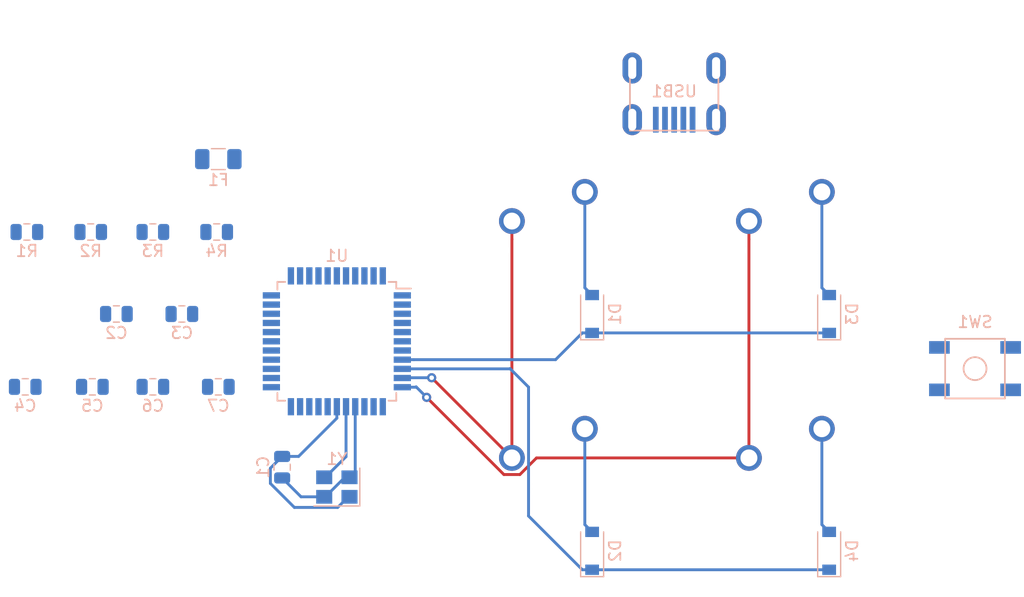
<source format=kicad_pcb>
(kicad_pcb (version 20171130) (host pcbnew "(5.1.4)-1")

  (general
    (thickness 1.6)
    (drawings 0)
    (tracks 56)
    (zones 0)
    (modules 24)
    (nets 45)
  )

  (page A4)
  (layers
    (0 F.Cu signal)
    (31 B.Cu signal)
    (32 B.Adhes user)
    (33 F.Adhes user)
    (34 B.Paste user)
    (35 F.Paste user)
    (36 B.SilkS user)
    (37 F.SilkS user)
    (38 B.Mask user)
    (39 F.Mask user)
    (40 Dwgs.User user)
    (41 Cmts.User user)
    (42 Eco1.User user)
    (43 Eco2.User user)
    (44 Edge.Cuts user)
    (45 Margin user)
    (46 B.CrtYd user)
    (47 F.CrtYd user)
    (48 B.Fab user)
    (49 F.Fab user)
  )

  (setup
    (last_trace_width 0.25)
    (trace_clearance 0.2)
    (zone_clearance 0.508)
    (zone_45_only no)
    (trace_min 0.2)
    (via_size 0.8)
    (via_drill 0.4)
    (via_min_size 0.4)
    (via_min_drill 0.3)
    (uvia_size 0.3)
    (uvia_drill 0.1)
    (uvias_allowed no)
    (uvia_min_size 0.2)
    (uvia_min_drill 0.1)
    (edge_width 0.05)
    (segment_width 0.2)
    (pcb_text_width 0.3)
    (pcb_text_size 1.5 1.5)
    (mod_edge_width 0.12)
    (mod_text_size 1 1)
    (mod_text_width 0.15)
    (pad_size 1.524 1.524)
    (pad_drill 0.762)
    (pad_to_mask_clearance 0.051)
    (solder_mask_min_width 0.25)
    (aux_axis_origin 0 0)
    (visible_elements 7FFFFFFF)
    (pcbplotparams
      (layerselection 0x010fc_ffffffff)
      (usegerberextensions false)
      (usegerberattributes false)
      (usegerberadvancedattributes false)
      (creategerberjobfile false)
      (excludeedgelayer true)
      (linewidth 0.100000)
      (plotframeref false)
      (viasonmask false)
      (mode 1)
      (useauxorigin false)
      (hpglpennumber 1)
      (hpglpenspeed 20)
      (hpglpendiameter 15.000000)
      (psnegative false)
      (psa4output false)
      (plotreference true)
      (plotvalue true)
      (plotinvisibletext false)
      (padsonsilk false)
      (subtractmaskfromsilk false)
      (outputformat 1)
      (mirror false)
      (drillshape 1)
      (scaleselection 1)
      (outputdirectory ""))
  )

  (net 0 "")
  (net 1 GND)
  (net 2 "Net-(C1-Pad1)")
  (net 3 "Net-(C2-Pad1)")
  (net 4 +5V)
  (net 5 "Net-(C6-Pad1)")
  (net 6 "Net-(D1-Pad2)")
  (net 7 Row0)
  (net 8 "Net-(D2-Pad2)")
  (net 9 Row1)
  (net 10 "Net-(D3-Pad2)")
  (net 11 "Net-(D4-Pad2)")
  (net 12 VCC)
  (net 13 Col0)
  (net 14 Col1)
  (net 15 "Net-(R1-Pad2)")
  (net 16 D-)
  (net 17 "Net-(R2-Pad2)")
  (net 18 D+)
  (net 19 "Net-(R3-Pad2)")
  (net 20 "Net-(R4-Pad1)")
  (net 21 "Net-(U1-Pad42)")
  (net 22 "Net-(U1-Pad41)")
  (net 23 "Net-(U1-Pad40)")
  (net 24 "Net-(U1-Pad39)")
  (net 25 "Net-(U1-Pad38)")
  (net 26 "Net-(U1-Pad37)")
  (net 27 "Net-(U1-Pad36)")
  (net 28 "Net-(U1-Pad32)")
  (net 29 "Net-(U1-Pad31)")
  (net 30 "Net-(U1-Pad30)")
  (net 31 "Net-(U1-Pad29)")
  (net 32 "Net-(U1-Pad28)")
  (net 33 "Net-(U1-Pad27)")
  (net 34 "Net-(U1-Pad26)")
  (net 35 "Net-(U1-Pad25)")
  (net 36 "Net-(U1-Pad22)")
  (net 37 "Net-(U1-Pad21)")
  (net 38 "Net-(U1-Pad20)")
  (net 39 "Net-(U1-Pad19)")
  (net 40 "Net-(U1-Pad18)")
  (net 41 "Net-(U1-Pad12)")
  (net 42 "Net-(U1-Pad1)")
  (net 43 "Net-(USB1-Pad6)")
  (net 44 "Net-(USB1-Pad2)")

  (net_class Default "This is the default net class."
    (clearance 0.2)
    (trace_width 0.25)
    (via_dia 0.8)
    (via_drill 0.4)
    (uvia_dia 0.3)
    (uvia_drill 0.1)
    (add_net +5V)
    (add_net Col0)
    (add_net Col1)
    (add_net D+)
    (add_net D-)
    (add_net GND)
    (add_net "Net-(C1-Pad1)")
    (add_net "Net-(C2-Pad1)")
    (add_net "Net-(C6-Pad1)")
    (add_net "Net-(D1-Pad2)")
    (add_net "Net-(D2-Pad2)")
    (add_net "Net-(D3-Pad2)")
    (add_net "Net-(D4-Pad2)")
    (add_net "Net-(R1-Pad2)")
    (add_net "Net-(R2-Pad2)")
    (add_net "Net-(R3-Pad2)")
    (add_net "Net-(R4-Pad1)")
    (add_net "Net-(U1-Pad1)")
    (add_net "Net-(U1-Pad12)")
    (add_net "Net-(U1-Pad18)")
    (add_net "Net-(U1-Pad19)")
    (add_net "Net-(U1-Pad20)")
    (add_net "Net-(U1-Pad21)")
    (add_net "Net-(U1-Pad22)")
    (add_net "Net-(U1-Pad25)")
    (add_net "Net-(U1-Pad26)")
    (add_net "Net-(U1-Pad27)")
    (add_net "Net-(U1-Pad28)")
    (add_net "Net-(U1-Pad29)")
    (add_net "Net-(U1-Pad30)")
    (add_net "Net-(U1-Pad31)")
    (add_net "Net-(U1-Pad32)")
    (add_net "Net-(U1-Pad36)")
    (add_net "Net-(U1-Pad37)")
    (add_net "Net-(U1-Pad38)")
    (add_net "Net-(U1-Pad39)")
    (add_net "Net-(U1-Pad40)")
    (add_net "Net-(U1-Pad41)")
    (add_net "Net-(U1-Pad42)")
    (add_net "Net-(USB1-Pad2)")
    (add_net "Net-(USB1-Pad6)")
    (add_net Row0)
    (add_net Row1)
    (add_net VCC)
  )

  (module MX_Only:MXOnly-1U-NoLED (layer F.Cu) (tedit 5BD3C6C7) (tstamp 5FDED0E7)
    (at 143.66875 103.1875)
    (path /5FE5A9DF)
    (fp_text reference MX2 (at 0 3.175) (layer Dwgs.User)
      (effects (font (size 1 1) (thickness 0.15)))
    )
    (fp_text value MX-NoLED (at 0 -7.9375) (layer Dwgs.User)
      (effects (font (size 1 1) (thickness 0.15)))
    )
    (fp_line (start 5 -7) (end 7 -7) (layer Dwgs.User) (width 0.15))
    (fp_line (start 7 -7) (end 7 -5) (layer Dwgs.User) (width 0.15))
    (fp_line (start 5 7) (end 7 7) (layer Dwgs.User) (width 0.15))
    (fp_line (start 7 7) (end 7 5) (layer Dwgs.User) (width 0.15))
    (fp_line (start -7 5) (end -7 7) (layer Dwgs.User) (width 0.15))
    (fp_line (start -7 7) (end -5 7) (layer Dwgs.User) (width 0.15))
    (fp_line (start -5 -7) (end -7 -7) (layer Dwgs.User) (width 0.15))
    (fp_line (start -7 -7) (end -7 -5) (layer Dwgs.User) (width 0.15))
    (fp_line (start -9.525 -9.525) (end 9.525 -9.525) (layer Dwgs.User) (width 0.15))
    (fp_line (start 9.525 -9.525) (end 9.525 9.525) (layer Dwgs.User) (width 0.15))
    (fp_line (start 9.525 9.525) (end -9.525 9.525) (layer Dwgs.User) (width 0.15))
    (fp_line (start -9.525 9.525) (end -9.525 -9.525) (layer Dwgs.User) (width 0.15))
    (pad 2 thru_hole circle (at 2.54 -5.08) (size 2.25 2.25) (drill 1.47) (layers *.Cu B.Mask)
      (net 8 "Net-(D2-Pad2)"))
    (pad "" np_thru_hole circle (at 0 0) (size 3.9878 3.9878) (drill 3.9878) (layers *.Cu *.Mask))
    (pad 1 thru_hole circle (at -3.81 -2.54) (size 2.25 2.25) (drill 1.47) (layers *.Cu B.Mask)
      (net 13 Col0))
    (pad "" np_thru_hole circle (at -5.08 0 48.0996) (size 1.75 1.75) (drill 1.75) (layers *.Cu *.Mask))
    (pad "" np_thru_hole circle (at 5.08 0 48.0996) (size 1.75 1.75) (drill 1.75) (layers *.Cu *.Mask))
  )

  (module Crystal:Crystal_SMD_3225-4Pin_3.2x2.5mm (layer B.Cu) (tedit 5A0FD1B2) (tstamp 5FDED1EA)
    (at 124.61875 103.1875 180)
    (descr "SMD Crystal SERIES SMD3225/4 http://www.txccrystal.com/images/pdf/7m-accuracy.pdf, 3.2x2.5mm^2 package")
    (tags "SMD SMT crystal")
    (path /5FE0E843)
    (attr smd)
    (fp_text reference Y1 (at 0 2.45) (layer B.SilkS)
      (effects (font (size 1 1) (thickness 0.15)) (justify mirror))
    )
    (fp_text value 16MHz (at 0 -2.45) (layer B.Fab)
      (effects (font (size 1 1) (thickness 0.15)) (justify mirror))
    )
    (fp_line (start 2.1 1.7) (end -2.1 1.7) (layer B.CrtYd) (width 0.05))
    (fp_line (start 2.1 -1.7) (end 2.1 1.7) (layer B.CrtYd) (width 0.05))
    (fp_line (start -2.1 -1.7) (end 2.1 -1.7) (layer B.CrtYd) (width 0.05))
    (fp_line (start -2.1 1.7) (end -2.1 -1.7) (layer B.CrtYd) (width 0.05))
    (fp_line (start -2 -1.65) (end 2 -1.65) (layer B.SilkS) (width 0.12))
    (fp_line (start -2 1.65) (end -2 -1.65) (layer B.SilkS) (width 0.12))
    (fp_line (start -1.6 -0.25) (end -0.6 -1.25) (layer B.Fab) (width 0.1))
    (fp_line (start 1.6 1.25) (end -1.6 1.25) (layer B.Fab) (width 0.1))
    (fp_line (start 1.6 -1.25) (end 1.6 1.25) (layer B.Fab) (width 0.1))
    (fp_line (start -1.6 -1.25) (end 1.6 -1.25) (layer B.Fab) (width 0.1))
    (fp_line (start -1.6 1.25) (end -1.6 -1.25) (layer B.Fab) (width 0.1))
    (fp_text user %R (at 0 0) (layer B.Fab)
      (effects (font (size 0.7 0.7) (thickness 0.105)) (justify mirror))
    )
    (pad 4 smd rect (at -1.1 0.85 180) (size 1.4 1.2) (layers B.Cu B.Paste B.Mask)
      (net 1 GND))
    (pad 3 smd rect (at 1.1 0.85 180) (size 1.4 1.2) (layers B.Cu B.Paste B.Mask)
      (net 3 "Net-(C2-Pad1)"))
    (pad 2 smd rect (at 1.1 -0.85 180) (size 1.4 1.2) (layers B.Cu B.Paste B.Mask)
      (net 1 GND))
    (pad 1 smd rect (at -1.1 -0.85 180) (size 1.4 1.2) (layers B.Cu B.Paste B.Mask)
      (net 2 "Net-(C1-Pad1)"))
    (model ${KISYS3DMOD}/Crystal.3dshapes/Crystal_SMD_3225-4Pin_3.2x2.5mm.wrl
      (at (xyz 0 0 0))
      (scale (xyz 1 1 1))
      (rotate (xyz 0 0 0))
    )
  )

  (module random-keyboard-parts:Molex-0548190589 (layer B.Cu) (tedit 5C494815) (tstamp 5FDED1D6)
    (at 153.9875 66.675 270)
    (path /5FE3F1CC)
    (attr smd)
    (fp_text reference USB1 (at 2.032 0) (layer B.SilkS)
      (effects (font (size 1 1) (thickness 0.15)) (justify mirror))
    )
    (fp_text value Molex-0548190589 (at -5.08 0) (layer Dwgs.User)
      (effects (font (size 1 1) (thickness 0.15)))
    )
    (fp_text user %R (at 2 0) (layer B.CrtYd)
      (effects (font (size 1 1) (thickness 0.15)) (justify mirror))
    )
    (fp_line (start 3.25 1.25) (end 5.5 1.25) (layer B.CrtYd) (width 0.15))
    (fp_line (start 5.5 0.5) (end 3.25 0.5) (layer B.CrtYd) (width 0.15))
    (fp_line (start 3.25 -0.5) (end 5.5 -0.5) (layer B.CrtYd) (width 0.15))
    (fp_line (start 5.5 -1.25) (end 3.25 -1.25) (layer B.CrtYd) (width 0.15))
    (fp_line (start 3.25 -2) (end 5.5 -2) (layer B.CrtYd) (width 0.15))
    (fp_line (start 3.25 2) (end 3.25 -2) (layer B.CrtYd) (width 0.15))
    (fp_line (start 5.5 2) (end 3.25 2) (layer B.CrtYd) (width 0.15))
    (fp_line (start -3.75 -3.75) (end -3.75 3.75) (layer B.CrtYd) (width 0.15))
    (fp_line (start 5.5 -3.75) (end -3.75 -3.75) (layer B.CrtYd) (width 0.15))
    (fp_line (start 5.5 3.75) (end 5.5 -3.75) (layer B.CrtYd) (width 0.15))
    (fp_line (start -3.75 3.75) (end 5.5 3.75) (layer B.CrtYd) (width 0.15))
    (fp_line (start 0 3.85) (end 5.45 3.85) (layer B.SilkS) (width 0.15))
    (fp_line (start 0 -3.85) (end 5.45 -3.85) (layer B.SilkS) (width 0.15))
    (fp_line (start 5.45 3.85) (end 5.45 -3.85) (layer B.SilkS) (width 0.15))
    (fp_line (start -3.75 3.85) (end 0 3.85) (layer Dwgs.User) (width 0.15))
    (fp_line (start -3.75 -3.85) (end 0 -3.85) (layer Dwgs.User) (width 0.15))
    (fp_line (start -1.75 4.572) (end -1.75 -4.572) (layer Dwgs.User) (width 0.15))
    (fp_line (start -3.75 3.85) (end -3.75 -3.85) (layer Dwgs.User) (width 0.15))
    (pad 6 thru_hole oval (at 0 3.65 270) (size 2.7 1.7) (drill oval 1.9 0.7) (layers *.Cu *.Mask)
      (net 43 "Net-(USB1-Pad6)"))
    (pad 6 thru_hole oval (at 0 -3.65 270) (size 2.7 1.7) (drill oval 1.9 0.7) (layers *.Cu *.Mask)
      (net 43 "Net-(USB1-Pad6)"))
    (pad 6 thru_hole oval (at 4.5 -3.65 270) (size 2.7 1.7) (drill oval 1.9 0.7) (layers *.Cu *.Mask)
      (net 43 "Net-(USB1-Pad6)"))
    (pad 6 thru_hole oval (at 4.5 3.65 270) (size 2.7 1.7) (drill oval 1.9 0.7) (layers *.Cu *.Mask)
      (net 43 "Net-(USB1-Pad6)"))
    (pad 5 smd rect (at 4.5 1.6 270) (size 2.25 0.5) (layers B.Cu B.Paste B.Mask)
      (net 12 VCC))
    (pad 4 smd rect (at 4.5 0.8 270) (size 2.25 0.5) (layers B.Cu B.Paste B.Mask)
      (net 16 D-))
    (pad 3 smd rect (at 4.5 0 270) (size 2.25 0.5) (layers B.Cu B.Paste B.Mask)
      (net 18 D+))
    (pad 2 smd rect (at 4.5 -0.8 270) (size 2.25 0.5) (layers B.Cu B.Paste B.Mask)
      (net 44 "Net-(USB1-Pad2)"))
    (pad 1 smd rect (at 4.5 -1.6 270) (size 2.25 0.5) (layers B.Cu B.Paste B.Mask)
      (net 1 GND))
  )

  (module Package_QFP:TQFP-44_10x10mm_P0.8mm (layer B.Cu) (tedit 5A02F146) (tstamp 5FDED5B8)
    (at 124.61875 90.4875 180)
    (descr "44-Lead Plastic Thin Quad Flatpack (PT) - 10x10x1.0 mm Body [TQFP] (see Microchip Packaging Specification 00000049BS.pdf)")
    (tags "QFP 0.8")
    (path /5FDE6860)
    (attr smd)
    (fp_text reference U1 (at 0 7.45) (layer B.SilkS)
      (effects (font (size 1 1) (thickness 0.15)) (justify mirror))
    )
    (fp_text value ATmega32U4-AU (at 0 -7.45) (layer B.Fab)
      (effects (font (size 1 1) (thickness 0.15)) (justify mirror))
    )
    (fp_line (start -5.175 4.6) (end -6.45 4.6) (layer B.SilkS) (width 0.15))
    (fp_line (start 5.175 5.175) (end 4.5 5.175) (layer B.SilkS) (width 0.15))
    (fp_line (start 5.175 -5.175) (end 4.5 -5.175) (layer B.SilkS) (width 0.15))
    (fp_line (start -5.175 -5.175) (end -4.5 -5.175) (layer B.SilkS) (width 0.15))
    (fp_line (start -5.175 5.175) (end -4.5 5.175) (layer B.SilkS) (width 0.15))
    (fp_line (start -5.175 -5.175) (end -5.175 -4.5) (layer B.SilkS) (width 0.15))
    (fp_line (start 5.175 -5.175) (end 5.175 -4.5) (layer B.SilkS) (width 0.15))
    (fp_line (start 5.175 5.175) (end 5.175 4.5) (layer B.SilkS) (width 0.15))
    (fp_line (start -5.175 5.175) (end -5.175 4.6) (layer B.SilkS) (width 0.15))
    (fp_line (start -6.7 -6.7) (end 6.7 -6.7) (layer B.CrtYd) (width 0.05))
    (fp_line (start -6.7 6.7) (end 6.7 6.7) (layer B.CrtYd) (width 0.05))
    (fp_line (start 6.7 6.7) (end 6.7 -6.7) (layer B.CrtYd) (width 0.05))
    (fp_line (start -6.7 6.7) (end -6.7 -6.7) (layer B.CrtYd) (width 0.05))
    (fp_line (start -5 4) (end -4 5) (layer B.Fab) (width 0.15))
    (fp_line (start -5 -5) (end -5 4) (layer B.Fab) (width 0.15))
    (fp_line (start 5 -5) (end -5 -5) (layer B.Fab) (width 0.15))
    (fp_line (start 5 5) (end 5 -5) (layer B.Fab) (width 0.15))
    (fp_line (start -4 5) (end 5 5) (layer B.Fab) (width 0.15))
    (fp_text user %R (at 0 0) (layer B.Fab)
      (effects (font (size 1 1) (thickness 0.15)) (justify mirror))
    )
    (pad 44 smd rect (at -4 5.7 90) (size 1.5 0.55) (layers B.Cu B.Paste B.Mask)
      (net 4 +5V))
    (pad 43 smd rect (at -3.2 5.7 90) (size 1.5 0.55) (layers B.Cu B.Paste B.Mask)
      (net 1 GND))
    (pad 42 smd rect (at -2.4 5.7 90) (size 1.5 0.55) (layers B.Cu B.Paste B.Mask)
      (net 21 "Net-(U1-Pad42)"))
    (pad 41 smd rect (at -1.6 5.7 90) (size 1.5 0.55) (layers B.Cu B.Paste B.Mask)
      (net 22 "Net-(U1-Pad41)"))
    (pad 40 smd rect (at -0.8 5.7 90) (size 1.5 0.55) (layers B.Cu B.Paste B.Mask)
      (net 23 "Net-(U1-Pad40)"))
    (pad 39 smd rect (at 0 5.7 90) (size 1.5 0.55) (layers B.Cu B.Paste B.Mask)
      (net 24 "Net-(U1-Pad39)"))
    (pad 38 smd rect (at 0.8 5.7 90) (size 1.5 0.55) (layers B.Cu B.Paste B.Mask)
      (net 25 "Net-(U1-Pad38)"))
    (pad 37 smd rect (at 1.6 5.7 90) (size 1.5 0.55) (layers B.Cu B.Paste B.Mask)
      (net 26 "Net-(U1-Pad37)"))
    (pad 36 smd rect (at 2.4 5.7 90) (size 1.5 0.55) (layers B.Cu B.Paste B.Mask)
      (net 27 "Net-(U1-Pad36)"))
    (pad 35 smd rect (at 3.2 5.7 90) (size 1.5 0.55) (layers B.Cu B.Paste B.Mask)
      (net 1 GND))
    (pad 34 smd rect (at 4 5.7 90) (size 1.5 0.55) (layers B.Cu B.Paste B.Mask)
      (net 4 +5V))
    (pad 33 smd rect (at 5.7 4 180) (size 1.5 0.55) (layers B.Cu B.Paste B.Mask)
      (net 20 "Net-(R4-Pad1)"))
    (pad 32 smd rect (at 5.7 3.2 180) (size 1.5 0.55) (layers B.Cu B.Paste B.Mask)
      (net 28 "Net-(U1-Pad32)"))
    (pad 31 smd rect (at 5.7 2.4 180) (size 1.5 0.55) (layers B.Cu B.Paste B.Mask)
      (net 29 "Net-(U1-Pad31)"))
    (pad 30 smd rect (at 5.7 1.6 180) (size 1.5 0.55) (layers B.Cu B.Paste B.Mask)
      (net 30 "Net-(U1-Pad30)"))
    (pad 29 smd rect (at 5.7 0.8 180) (size 1.5 0.55) (layers B.Cu B.Paste B.Mask)
      (net 31 "Net-(U1-Pad29)"))
    (pad 28 smd rect (at 5.7 0 180) (size 1.5 0.55) (layers B.Cu B.Paste B.Mask)
      (net 32 "Net-(U1-Pad28)"))
    (pad 27 smd rect (at 5.7 -0.8 180) (size 1.5 0.55) (layers B.Cu B.Paste B.Mask)
      (net 33 "Net-(U1-Pad27)"))
    (pad 26 smd rect (at 5.7 -1.6 180) (size 1.5 0.55) (layers B.Cu B.Paste B.Mask)
      (net 34 "Net-(U1-Pad26)"))
    (pad 25 smd rect (at 5.7 -2.4 180) (size 1.5 0.55) (layers B.Cu B.Paste B.Mask)
      (net 35 "Net-(U1-Pad25)"))
    (pad 24 smd rect (at 5.7 -3.2 180) (size 1.5 0.55) (layers B.Cu B.Paste B.Mask)
      (net 4 +5V))
    (pad 23 smd rect (at 5.7 -4 180) (size 1.5 0.55) (layers B.Cu B.Paste B.Mask)
      (net 1 GND))
    (pad 22 smd rect (at 4 -5.7 90) (size 1.5 0.55) (layers B.Cu B.Paste B.Mask)
      (net 36 "Net-(U1-Pad22)"))
    (pad 21 smd rect (at 3.2 -5.7 90) (size 1.5 0.55) (layers B.Cu B.Paste B.Mask)
      (net 37 "Net-(U1-Pad21)"))
    (pad 20 smd rect (at 2.4 -5.7 90) (size 1.5 0.55) (layers B.Cu B.Paste B.Mask)
      (net 38 "Net-(U1-Pad20)"))
    (pad 19 smd rect (at 1.6 -5.7 90) (size 1.5 0.55) (layers B.Cu B.Paste B.Mask)
      (net 39 "Net-(U1-Pad19)"))
    (pad 18 smd rect (at 0.8 -5.7 90) (size 1.5 0.55) (layers B.Cu B.Paste B.Mask)
      (net 40 "Net-(U1-Pad18)"))
    (pad 17 smd rect (at 0 -5.7 90) (size 1.5 0.55) (layers B.Cu B.Paste B.Mask)
      (net 2 "Net-(C1-Pad1)"))
    (pad 16 smd rect (at -0.8 -5.7 90) (size 1.5 0.55) (layers B.Cu B.Paste B.Mask)
      (net 3 "Net-(C2-Pad1)"))
    (pad 15 smd rect (at -1.6 -5.7 90) (size 1.5 0.55) (layers B.Cu B.Paste B.Mask)
      (net 1 GND))
    (pad 14 smd rect (at -2.4 -5.7 90) (size 1.5 0.55) (layers B.Cu B.Paste B.Mask)
      (net 4 +5V))
    (pad 13 smd rect (at -3.2 -5.7 90) (size 1.5 0.55) (layers B.Cu B.Paste B.Mask)
      (net 19 "Net-(R3-Pad2)"))
    (pad 12 smd rect (at -4 -5.7 90) (size 1.5 0.55) (layers B.Cu B.Paste B.Mask)
      (net 41 "Net-(U1-Pad12)"))
    (pad 11 smd rect (at -5.7 -4 180) (size 1.5 0.55) (layers B.Cu B.Paste B.Mask)
      (net 14 Col1))
    (pad 10 smd rect (at -5.7 -3.2 180) (size 1.5 0.55) (layers B.Cu B.Paste B.Mask)
      (net 13 Col0))
    (pad 9 smd rect (at -5.7 -2.4 180) (size 1.5 0.55) (layers B.Cu B.Paste B.Mask)
      (net 9 Row1))
    (pad 8 smd rect (at -5.7 -1.6 180) (size 1.5 0.55) (layers B.Cu B.Paste B.Mask)
      (net 7 Row0))
    (pad 7 smd rect (at -5.7 -0.8 180) (size 1.5 0.55) (layers B.Cu B.Paste B.Mask)
      (net 4 +5V))
    (pad 6 smd rect (at -5.7 0 180) (size 1.5 0.55) (layers B.Cu B.Paste B.Mask)
      (net 5 "Net-(C6-Pad1)"))
    (pad 5 smd rect (at -5.7 0.8 180) (size 1.5 0.55) (layers B.Cu B.Paste B.Mask)
      (net 1 GND))
    (pad 4 smd rect (at -5.7 1.6 180) (size 1.5 0.55) (layers B.Cu B.Paste B.Mask)
      (net 17 "Net-(R2-Pad2)"))
    (pad 3 smd rect (at -5.7 2.4 180) (size 1.5 0.55) (layers B.Cu B.Paste B.Mask)
      (net 15 "Net-(R1-Pad2)"))
    (pad 2 smd rect (at -5.7 3.2 180) (size 1.5 0.55) (layers B.Cu B.Paste B.Mask)
      (net 4 +5V))
    (pad 1 smd rect (at -5.7 4 180) (size 1.5 0.55) (layers B.Cu B.Paste B.Mask)
      (net 42 "Net-(U1-Pad1)"))
    (model ${KISYS3DMOD}/Package_QFP.3dshapes/TQFP-44_10x10mm_P0.8mm.wrl
      (at (xyz 0 0 0))
      (scale (xyz 1 1 1))
      (rotate (xyz 0 0 0))
    )
  )

  (module random-keyboard-parts:SKQG-1155865 (layer B.Cu) (tedit 5E62B398) (tstamp 5FDED173)
    (at 180.18125 92.86875)
    (path /5FE1E376)
    (attr smd)
    (fp_text reference SW1 (at 0 -4.064) (layer B.SilkS)
      (effects (font (size 1 1) (thickness 0.15)) (justify mirror))
    )
    (fp_text value SW_Push (at 0 4.064) (layer B.Fab)
      (effects (font (size 1 1) (thickness 0.15)) (justify mirror))
    )
    (fp_line (start -2.6 2.6) (end 2.6 2.6) (layer B.SilkS) (width 0.15))
    (fp_line (start 2.6 2.6) (end 2.6 -2.6) (layer B.SilkS) (width 0.15))
    (fp_line (start 2.6 -2.6) (end -2.6 -2.6) (layer B.SilkS) (width 0.15))
    (fp_line (start -2.6 -2.6) (end -2.6 2.6) (layer B.SilkS) (width 0.15))
    (fp_circle (center 0 0) (end 1 0) (layer B.SilkS) (width 0.15))
    (fp_line (start -4.2 2.6) (end 4.2 2.6) (layer B.Fab) (width 0.15))
    (fp_line (start 4.2 2.6) (end 4.2 1.2) (layer B.Fab) (width 0.15))
    (fp_line (start 4.2 1.1) (end 2.6 1.1) (layer B.Fab) (width 0.15))
    (fp_line (start 2.6 1.1) (end 2.6 -1.1) (layer B.Fab) (width 0.15))
    (fp_line (start 2.6 -1.1) (end 4.2 -1.1) (layer B.Fab) (width 0.15))
    (fp_line (start 4.2 -1.1) (end 4.2 -2.6) (layer B.Fab) (width 0.15))
    (fp_line (start 4.2 -2.6) (end -4.2 -2.6) (layer B.Fab) (width 0.15))
    (fp_line (start -4.2 -2.6) (end -4.2 -1.1) (layer B.Fab) (width 0.15))
    (fp_line (start -4.2 -1.1) (end -2.6 -1.1) (layer B.Fab) (width 0.15))
    (fp_line (start -2.6 -1.1) (end -2.6 1.1) (layer B.Fab) (width 0.15))
    (fp_line (start -2.6 1.1) (end -4.2 1.1) (layer B.Fab) (width 0.15))
    (fp_line (start -4.2 1.1) (end -4.2 2.6) (layer B.Fab) (width 0.15))
    (fp_circle (center 0 0) (end 1 0) (layer B.Fab) (width 0.15))
    (fp_line (start -2.6 1.1) (end -1.1 2.6) (layer B.Fab) (width 0.15))
    (fp_line (start 2.6 1.1) (end 1.1 2.6) (layer B.Fab) (width 0.15))
    (fp_line (start 2.6 -1.1) (end 1.1 -2.6) (layer B.Fab) (width 0.15))
    (fp_line (start -2.6 -1.1) (end -1.1 -2.6) (layer B.Fab) (width 0.15))
    (pad 4 smd rect (at -3.1 -1.85) (size 1.8 1.1) (layers B.Cu B.Paste B.Mask))
    (pad 3 smd rect (at 3.1 1.85) (size 1.8 1.1) (layers B.Cu B.Paste B.Mask))
    (pad 2 smd rect (at -3.1 1.85) (size 1.8 1.1) (layers B.Cu B.Paste B.Mask)
      (net 19 "Net-(R3-Pad2)"))
    (pad 1 smd rect (at 3.1 -1.85) (size 1.8 1.1) (layers B.Cu B.Paste B.Mask)
      (net 1 GND))
    (model ${KISYS3DMOD}/Button_Switch_SMD.3dshapes/SW_SPST_TL3342.step
      (at (xyz 0 0 0))
      (scale (xyz 1 1 1))
      (rotate (xyz 0 0 0))
    )
  )

  (module Resistor_SMD:R_0805_2012Metric (layer B.Cu) (tedit 5B36C52B) (tstamp 5FDED155)
    (at 114.15625 80.9625)
    (descr "Resistor SMD 0805 (2012 Metric), square (rectangular) end terminal, IPC_7351 nominal, (Body size source: https://docs.google.com/spreadsheets/d/1BsfQQcO9C6DZCsRaXUlFlo91Tg2WpOkGARC1WS5S8t0/edit?usp=sharing), generated with kicad-footprint-generator")
    (tags resistor)
    (path /5FDECF21)
    (attr smd)
    (fp_text reference R4 (at 0 1.65) (layer B.SilkS)
      (effects (font (size 1 1) (thickness 0.15)) (justify mirror))
    )
    (fp_text value 10k (at 0 -1.65) (layer B.Fab)
      (effects (font (size 1 1) (thickness 0.15)) (justify mirror))
    )
    (fp_text user %R (at 0 0) (layer B.Fab)
      (effects (font (size 0.5 0.5) (thickness 0.08)) (justify mirror))
    )
    (fp_line (start 1.68 -0.95) (end -1.68 -0.95) (layer B.CrtYd) (width 0.05))
    (fp_line (start 1.68 0.95) (end 1.68 -0.95) (layer B.CrtYd) (width 0.05))
    (fp_line (start -1.68 0.95) (end 1.68 0.95) (layer B.CrtYd) (width 0.05))
    (fp_line (start -1.68 -0.95) (end -1.68 0.95) (layer B.CrtYd) (width 0.05))
    (fp_line (start -0.258578 -0.71) (end 0.258578 -0.71) (layer B.SilkS) (width 0.12))
    (fp_line (start -0.258578 0.71) (end 0.258578 0.71) (layer B.SilkS) (width 0.12))
    (fp_line (start 1 -0.6) (end -1 -0.6) (layer B.Fab) (width 0.1))
    (fp_line (start 1 0.6) (end 1 -0.6) (layer B.Fab) (width 0.1))
    (fp_line (start -1 0.6) (end 1 0.6) (layer B.Fab) (width 0.1))
    (fp_line (start -1 -0.6) (end -1 0.6) (layer B.Fab) (width 0.1))
    (pad 2 smd roundrect (at 0.9375 0) (size 0.975 1.4) (layers B.Cu B.Paste B.Mask) (roundrect_rratio 0.25)
      (net 1 GND))
    (pad 1 smd roundrect (at -0.9375 0) (size 0.975 1.4) (layers B.Cu B.Paste B.Mask) (roundrect_rratio 0.25)
      (net 20 "Net-(R4-Pad1)"))
    (model ${KISYS3DMOD}/Resistor_SMD.3dshapes/R_0805_2012Metric.wrl
      (at (xyz 0 0 0))
      (scale (xyz 1 1 1))
      (rotate (xyz 0 0 0))
    )
  )

  (module Resistor_SMD:R_0805_2012Metric (layer B.Cu) (tedit 5B36C52B) (tstamp 5FDED144)
    (at 108.6 80.9625)
    (descr "Resistor SMD 0805 (2012 Metric), square (rectangular) end terminal, IPC_7351 nominal, (Body size source: https://docs.google.com/spreadsheets/d/1BsfQQcO9C6DZCsRaXUlFlo91Tg2WpOkGARC1WS5S8t0/edit?usp=sharing), generated with kicad-footprint-generator")
    (tags resistor)
    (path /5FE217D1)
    (attr smd)
    (fp_text reference R3 (at 0 1.65) (layer B.SilkS)
      (effects (font (size 1 1) (thickness 0.15)) (justify mirror))
    )
    (fp_text value 10k (at 0 -1.65) (layer B.Fab)
      (effects (font (size 1 1) (thickness 0.15)) (justify mirror))
    )
    (fp_text user %R (at 0 0) (layer B.Fab)
      (effects (font (size 0.5 0.5) (thickness 0.08)) (justify mirror))
    )
    (fp_line (start 1.68 -0.95) (end -1.68 -0.95) (layer B.CrtYd) (width 0.05))
    (fp_line (start 1.68 0.95) (end 1.68 -0.95) (layer B.CrtYd) (width 0.05))
    (fp_line (start -1.68 0.95) (end 1.68 0.95) (layer B.CrtYd) (width 0.05))
    (fp_line (start -1.68 -0.95) (end -1.68 0.95) (layer B.CrtYd) (width 0.05))
    (fp_line (start -0.258578 -0.71) (end 0.258578 -0.71) (layer B.SilkS) (width 0.12))
    (fp_line (start -0.258578 0.71) (end 0.258578 0.71) (layer B.SilkS) (width 0.12))
    (fp_line (start 1 -0.6) (end -1 -0.6) (layer B.Fab) (width 0.1))
    (fp_line (start 1 0.6) (end 1 -0.6) (layer B.Fab) (width 0.1))
    (fp_line (start -1 0.6) (end 1 0.6) (layer B.Fab) (width 0.1))
    (fp_line (start -1 -0.6) (end -1 0.6) (layer B.Fab) (width 0.1))
    (pad 2 smd roundrect (at 0.9375 0) (size 0.975 1.4) (layers B.Cu B.Paste B.Mask) (roundrect_rratio 0.25)
      (net 19 "Net-(R3-Pad2)"))
    (pad 1 smd roundrect (at -0.9375 0) (size 0.975 1.4) (layers B.Cu B.Paste B.Mask) (roundrect_rratio 0.25)
      (net 4 +5V))
    (model ${KISYS3DMOD}/Resistor_SMD.3dshapes/R_0805_2012Metric.wrl
      (at (xyz 0 0 0))
      (scale (xyz 1 1 1))
      (rotate (xyz 0 0 0))
    )
  )

  (module Resistor_SMD:R_0805_2012Metric (layer B.Cu) (tedit 5B36C52B) (tstamp 5FDED133)
    (at 103.1875 80.9625)
    (descr "Resistor SMD 0805 (2012 Metric), square (rectangular) end terminal, IPC_7351 nominal, (Body size source: https://docs.google.com/spreadsheets/d/1BsfQQcO9C6DZCsRaXUlFlo91Tg2WpOkGARC1WS5S8t0/edit?usp=sharing), generated with kicad-footprint-generator")
    (tags resistor)
    (path /5FDEF0DB)
    (attr smd)
    (fp_text reference R2 (at 0 1.65) (layer B.SilkS)
      (effects (font (size 1 1) (thickness 0.15)) (justify mirror))
    )
    (fp_text value 22 (at 0 -1.65) (layer B.Fab)
      (effects (font (size 1 1) (thickness 0.15)) (justify mirror))
    )
    (fp_text user %R (at 0 0) (layer B.Fab)
      (effects (font (size 0.5 0.5) (thickness 0.08)) (justify mirror))
    )
    (fp_line (start 1.68 -0.95) (end -1.68 -0.95) (layer B.CrtYd) (width 0.05))
    (fp_line (start 1.68 0.95) (end 1.68 -0.95) (layer B.CrtYd) (width 0.05))
    (fp_line (start -1.68 0.95) (end 1.68 0.95) (layer B.CrtYd) (width 0.05))
    (fp_line (start -1.68 -0.95) (end -1.68 0.95) (layer B.CrtYd) (width 0.05))
    (fp_line (start -0.258578 -0.71) (end 0.258578 -0.71) (layer B.SilkS) (width 0.12))
    (fp_line (start -0.258578 0.71) (end 0.258578 0.71) (layer B.SilkS) (width 0.12))
    (fp_line (start 1 -0.6) (end -1 -0.6) (layer B.Fab) (width 0.1))
    (fp_line (start 1 0.6) (end 1 -0.6) (layer B.Fab) (width 0.1))
    (fp_line (start -1 0.6) (end 1 0.6) (layer B.Fab) (width 0.1))
    (fp_line (start -1 -0.6) (end -1 0.6) (layer B.Fab) (width 0.1))
    (pad 2 smd roundrect (at 0.9375 0) (size 0.975 1.4) (layers B.Cu B.Paste B.Mask) (roundrect_rratio 0.25)
      (net 17 "Net-(R2-Pad2)"))
    (pad 1 smd roundrect (at -0.9375 0) (size 0.975 1.4) (layers B.Cu B.Paste B.Mask) (roundrect_rratio 0.25)
      (net 18 D+))
    (model ${KISYS3DMOD}/Resistor_SMD.3dshapes/R_0805_2012Metric.wrl
      (at (xyz 0 0 0))
      (scale (xyz 1 1 1))
      (rotate (xyz 0 0 0))
    )
  )

  (module Resistor_SMD:R_0805_2012Metric (layer B.Cu) (tedit 5B36C52B) (tstamp 5FDED122)
    (at 97.63125 80.9625)
    (descr "Resistor SMD 0805 (2012 Metric), square (rectangular) end terminal, IPC_7351 nominal, (Body size source: https://docs.google.com/spreadsheets/d/1BsfQQcO9C6DZCsRaXUlFlo91Tg2WpOkGARC1WS5S8t0/edit?usp=sharing), generated with kicad-footprint-generator")
    (tags resistor)
    (path /5FDEF682)
    (attr smd)
    (fp_text reference R1 (at 0 1.65) (layer B.SilkS)
      (effects (font (size 1 1) (thickness 0.15)) (justify mirror))
    )
    (fp_text value 22 (at 0 -1.65) (layer B.Fab)
      (effects (font (size 1 1) (thickness 0.15)) (justify mirror))
    )
    (fp_text user %R (at 0 0) (layer B.Fab)
      (effects (font (size 0.5 0.5) (thickness 0.08)) (justify mirror))
    )
    (fp_line (start 1.68 -0.95) (end -1.68 -0.95) (layer B.CrtYd) (width 0.05))
    (fp_line (start 1.68 0.95) (end 1.68 -0.95) (layer B.CrtYd) (width 0.05))
    (fp_line (start -1.68 0.95) (end 1.68 0.95) (layer B.CrtYd) (width 0.05))
    (fp_line (start -1.68 -0.95) (end -1.68 0.95) (layer B.CrtYd) (width 0.05))
    (fp_line (start -0.258578 -0.71) (end 0.258578 -0.71) (layer B.SilkS) (width 0.12))
    (fp_line (start -0.258578 0.71) (end 0.258578 0.71) (layer B.SilkS) (width 0.12))
    (fp_line (start 1 -0.6) (end -1 -0.6) (layer B.Fab) (width 0.1))
    (fp_line (start 1 0.6) (end 1 -0.6) (layer B.Fab) (width 0.1))
    (fp_line (start -1 0.6) (end 1 0.6) (layer B.Fab) (width 0.1))
    (fp_line (start -1 -0.6) (end -1 0.6) (layer B.Fab) (width 0.1))
    (pad 2 smd roundrect (at 0.9375 0) (size 0.975 1.4) (layers B.Cu B.Paste B.Mask) (roundrect_rratio 0.25)
      (net 15 "Net-(R1-Pad2)"))
    (pad 1 smd roundrect (at -0.9375 0) (size 0.975 1.4) (layers B.Cu B.Paste B.Mask) (roundrect_rratio 0.25)
      (net 16 D-))
    (model ${KISYS3DMOD}/Resistor_SMD.3dshapes/R_0805_2012Metric.wrl
      (at (xyz 0 0 0))
      (scale (xyz 1 1 1))
      (rotate (xyz 0 0 0))
    )
  )

  (module MX_Only:MXOnly-1U-NoLED (layer F.Cu) (tedit 5BD3C6C7) (tstamp 5FDED111)
    (at 164.30625 103.1875)
    (path /5FE5CBA9)
    (fp_text reference MX4 (at 0 3.175) (layer Dwgs.User)
      (effects (font (size 1 1) (thickness 0.15)))
    )
    (fp_text value MX-NoLED (at 0 -7.9375) (layer Dwgs.User)
      (effects (font (size 1 1) (thickness 0.15)))
    )
    (fp_line (start 5 -7) (end 7 -7) (layer Dwgs.User) (width 0.15))
    (fp_line (start 7 -7) (end 7 -5) (layer Dwgs.User) (width 0.15))
    (fp_line (start 5 7) (end 7 7) (layer Dwgs.User) (width 0.15))
    (fp_line (start 7 7) (end 7 5) (layer Dwgs.User) (width 0.15))
    (fp_line (start -7 5) (end -7 7) (layer Dwgs.User) (width 0.15))
    (fp_line (start -7 7) (end -5 7) (layer Dwgs.User) (width 0.15))
    (fp_line (start -5 -7) (end -7 -7) (layer Dwgs.User) (width 0.15))
    (fp_line (start -7 -7) (end -7 -5) (layer Dwgs.User) (width 0.15))
    (fp_line (start -9.525 -9.525) (end 9.525 -9.525) (layer Dwgs.User) (width 0.15))
    (fp_line (start 9.525 -9.525) (end 9.525 9.525) (layer Dwgs.User) (width 0.15))
    (fp_line (start 9.525 9.525) (end -9.525 9.525) (layer Dwgs.User) (width 0.15))
    (fp_line (start -9.525 9.525) (end -9.525 -9.525) (layer Dwgs.User) (width 0.15))
    (pad 2 thru_hole circle (at 2.54 -5.08) (size 2.25 2.25) (drill 1.47) (layers *.Cu B.Mask)
      (net 11 "Net-(D4-Pad2)"))
    (pad "" np_thru_hole circle (at 0 0) (size 3.9878 3.9878) (drill 3.9878) (layers *.Cu *.Mask))
    (pad 1 thru_hole circle (at -3.81 -2.54) (size 2.25 2.25) (drill 1.47) (layers *.Cu B.Mask)
      (net 14 Col1))
    (pad "" np_thru_hole circle (at -5.08 0 48.0996) (size 1.75 1.75) (drill 1.75) (layers *.Cu *.Mask))
    (pad "" np_thru_hole circle (at 5.08 0 48.0996) (size 1.75 1.75) (drill 1.75) (layers *.Cu *.Mask))
  )

  (module MX_Only:MXOnly-1U-NoLED (layer F.Cu) (tedit 5BD3C6C7) (tstamp 5FDED0FC)
    (at 164.30625 82.55)
    (path /5FE56BA9)
    (fp_text reference MX3 (at 0 3.175) (layer Dwgs.User)
      (effects (font (size 1 1) (thickness 0.15)))
    )
    (fp_text value MX-NoLED (at 0 -7.9375) (layer Dwgs.User)
      (effects (font (size 1 1) (thickness 0.15)))
    )
    (fp_line (start 5 -7) (end 7 -7) (layer Dwgs.User) (width 0.15))
    (fp_line (start 7 -7) (end 7 -5) (layer Dwgs.User) (width 0.15))
    (fp_line (start 5 7) (end 7 7) (layer Dwgs.User) (width 0.15))
    (fp_line (start 7 7) (end 7 5) (layer Dwgs.User) (width 0.15))
    (fp_line (start -7 5) (end -7 7) (layer Dwgs.User) (width 0.15))
    (fp_line (start -7 7) (end -5 7) (layer Dwgs.User) (width 0.15))
    (fp_line (start -5 -7) (end -7 -7) (layer Dwgs.User) (width 0.15))
    (fp_line (start -7 -7) (end -7 -5) (layer Dwgs.User) (width 0.15))
    (fp_line (start -9.525 -9.525) (end 9.525 -9.525) (layer Dwgs.User) (width 0.15))
    (fp_line (start 9.525 -9.525) (end 9.525 9.525) (layer Dwgs.User) (width 0.15))
    (fp_line (start 9.525 9.525) (end -9.525 9.525) (layer Dwgs.User) (width 0.15))
    (fp_line (start -9.525 9.525) (end -9.525 -9.525) (layer Dwgs.User) (width 0.15))
    (pad 2 thru_hole circle (at 2.54 -5.08) (size 2.25 2.25) (drill 1.47) (layers *.Cu B.Mask)
      (net 10 "Net-(D3-Pad2)"))
    (pad "" np_thru_hole circle (at 0 0) (size 3.9878 3.9878) (drill 3.9878) (layers *.Cu *.Mask))
    (pad 1 thru_hole circle (at -3.81 -2.54) (size 2.25 2.25) (drill 1.47) (layers *.Cu B.Mask)
      (net 14 Col1))
    (pad "" np_thru_hole circle (at -5.08 0 48.0996) (size 1.75 1.75) (drill 1.75) (layers *.Cu *.Mask))
    (pad "" np_thru_hole circle (at 5.08 0 48.0996) (size 1.75 1.75) (drill 1.75) (layers *.Cu *.Mask))
  )

  (module MX_Only:MXOnly-1U-NoLED (layer F.Cu) (tedit 5BD3C6C7) (tstamp 5FDED0D2)
    (at 143.66875 82.55)
    (path /5FE4DDE4)
    (fp_text reference MX1 (at 0 3.175) (layer Dwgs.User)
      (effects (font (size 1 1) (thickness 0.15)))
    )
    (fp_text value MX-NoLED (at 0 -7.9375) (layer Dwgs.User)
      (effects (font (size 1 1) (thickness 0.15)))
    )
    (fp_line (start 5 -7) (end 7 -7) (layer Dwgs.User) (width 0.15))
    (fp_line (start 7 -7) (end 7 -5) (layer Dwgs.User) (width 0.15))
    (fp_line (start 5 7) (end 7 7) (layer Dwgs.User) (width 0.15))
    (fp_line (start 7 7) (end 7 5) (layer Dwgs.User) (width 0.15))
    (fp_line (start -7 5) (end -7 7) (layer Dwgs.User) (width 0.15))
    (fp_line (start -7 7) (end -5 7) (layer Dwgs.User) (width 0.15))
    (fp_line (start -5 -7) (end -7 -7) (layer Dwgs.User) (width 0.15))
    (fp_line (start -7 -7) (end -7 -5) (layer Dwgs.User) (width 0.15))
    (fp_line (start -9.525 -9.525) (end 9.525 -9.525) (layer Dwgs.User) (width 0.15))
    (fp_line (start 9.525 -9.525) (end 9.525 9.525) (layer Dwgs.User) (width 0.15))
    (fp_line (start 9.525 9.525) (end -9.525 9.525) (layer Dwgs.User) (width 0.15))
    (fp_line (start -9.525 9.525) (end -9.525 -9.525) (layer Dwgs.User) (width 0.15))
    (pad 2 thru_hole circle (at 2.54 -5.08) (size 2.25 2.25) (drill 1.47) (layers *.Cu B.Mask)
      (net 6 "Net-(D1-Pad2)"))
    (pad "" np_thru_hole circle (at 0 0) (size 3.9878 3.9878) (drill 3.9878) (layers *.Cu *.Mask))
    (pad 1 thru_hole circle (at -3.81 -2.54) (size 2.25 2.25) (drill 1.47) (layers *.Cu B.Mask)
      (net 13 Col0))
    (pad "" np_thru_hole circle (at -5.08 0 48.0996) (size 1.75 1.75) (drill 1.75) (layers *.Cu *.Mask))
    (pad "" np_thru_hole circle (at 5.08 0 48.0996) (size 1.75 1.75) (drill 1.75) (layers *.Cu *.Mask))
  )

  (module Fuse:Fuse_1206_3216Metric (layer B.Cu) (tedit 5B301BBE) (tstamp 5FDED0BD)
    (at 114.3 74.6125)
    (descr "Fuse SMD 1206 (3216 Metric), square (rectangular) end terminal, IPC_7351 nominal, (Body size source: http://www.tortai-tech.com/upload/download/2011102023233369053.pdf), generated with kicad-footprint-generator")
    (tags resistor)
    (path /5FE41E19)
    (attr smd)
    (fp_text reference F1 (at 0 1.82) (layer B.SilkS)
      (effects (font (size 1 1) (thickness 0.15)) (justify mirror))
    )
    (fp_text value 500mA (at 0 -1.82) (layer B.Fab)
      (effects (font (size 1 1) (thickness 0.15)) (justify mirror))
    )
    (fp_text user %R (at 0 0) (layer B.Fab)
      (effects (font (size 0.8 0.8) (thickness 0.12)) (justify mirror))
    )
    (fp_line (start 2.28 -1.12) (end -2.28 -1.12) (layer B.CrtYd) (width 0.05))
    (fp_line (start 2.28 1.12) (end 2.28 -1.12) (layer B.CrtYd) (width 0.05))
    (fp_line (start -2.28 1.12) (end 2.28 1.12) (layer B.CrtYd) (width 0.05))
    (fp_line (start -2.28 -1.12) (end -2.28 1.12) (layer B.CrtYd) (width 0.05))
    (fp_line (start -0.602064 -0.91) (end 0.602064 -0.91) (layer B.SilkS) (width 0.12))
    (fp_line (start -0.602064 0.91) (end 0.602064 0.91) (layer B.SilkS) (width 0.12))
    (fp_line (start 1.6 -0.8) (end -1.6 -0.8) (layer B.Fab) (width 0.1))
    (fp_line (start 1.6 0.8) (end 1.6 -0.8) (layer B.Fab) (width 0.1))
    (fp_line (start -1.6 0.8) (end 1.6 0.8) (layer B.Fab) (width 0.1))
    (fp_line (start -1.6 -0.8) (end -1.6 0.8) (layer B.Fab) (width 0.1))
    (pad 2 smd roundrect (at 1.4 0) (size 1.25 1.75) (layers B.Cu B.Paste B.Mask) (roundrect_rratio 0.2)
      (net 4 +5V))
    (pad 1 smd roundrect (at -1.4 0) (size 1.25 1.75) (layers B.Cu B.Paste B.Mask) (roundrect_rratio 0.2)
      (net 12 VCC))
    (model ${KISYS3DMOD}/Fuse.3dshapes/Fuse_1206_3216Metric.wrl
      (at (xyz 0 0 0))
      (scale (xyz 1 1 1))
      (rotate (xyz 0 0 0))
    )
  )

  (module Diode_SMD:D_SOD-123 (layer B.Cu) (tedit 58645DC7) (tstamp 5FDED0AC)
    (at 167.48125 108.74375 90)
    (descr SOD-123)
    (tags SOD-123)
    (path /5FE5CBAF)
    (attr smd)
    (fp_text reference D4 (at 0 2 270) (layer B.SilkS)
      (effects (font (size 1 1) (thickness 0.15)) (justify mirror))
    )
    (fp_text value D_Small (at 0 -2.1 270) (layer B.Fab)
      (effects (font (size 1 1) (thickness 0.15)) (justify mirror))
    )
    (fp_line (start -2.25 1) (end 1.65 1) (layer B.SilkS) (width 0.12))
    (fp_line (start -2.25 -1) (end 1.65 -1) (layer B.SilkS) (width 0.12))
    (fp_line (start -2.35 1.15) (end -2.35 -1.15) (layer B.CrtYd) (width 0.05))
    (fp_line (start 2.35 -1.15) (end -2.35 -1.15) (layer B.CrtYd) (width 0.05))
    (fp_line (start 2.35 1.15) (end 2.35 -1.15) (layer B.CrtYd) (width 0.05))
    (fp_line (start -2.35 1.15) (end 2.35 1.15) (layer B.CrtYd) (width 0.05))
    (fp_line (start -1.4 0.9) (end 1.4 0.9) (layer B.Fab) (width 0.1))
    (fp_line (start 1.4 0.9) (end 1.4 -0.9) (layer B.Fab) (width 0.1))
    (fp_line (start 1.4 -0.9) (end -1.4 -0.9) (layer B.Fab) (width 0.1))
    (fp_line (start -1.4 -0.9) (end -1.4 0.9) (layer B.Fab) (width 0.1))
    (fp_line (start -0.75 0) (end -0.35 0) (layer B.Fab) (width 0.1))
    (fp_line (start -0.35 0) (end -0.35 0.55) (layer B.Fab) (width 0.1))
    (fp_line (start -0.35 0) (end -0.35 -0.55) (layer B.Fab) (width 0.1))
    (fp_line (start -0.35 0) (end 0.25 0.4) (layer B.Fab) (width 0.1))
    (fp_line (start 0.25 0.4) (end 0.25 -0.4) (layer B.Fab) (width 0.1))
    (fp_line (start 0.25 -0.4) (end -0.35 0) (layer B.Fab) (width 0.1))
    (fp_line (start 0.25 0) (end 0.75 0) (layer B.Fab) (width 0.1))
    (fp_line (start -2.25 1) (end -2.25 -1) (layer B.SilkS) (width 0.12))
    (fp_text user %R (at 0 2 270) (layer B.Fab)
      (effects (font (size 1 1) (thickness 0.15)) (justify mirror))
    )
    (pad 2 smd rect (at 1.65 0 90) (size 0.9 1.2) (layers B.Cu B.Paste B.Mask)
      (net 11 "Net-(D4-Pad2)"))
    (pad 1 smd rect (at -1.65 0 90) (size 0.9 1.2) (layers B.Cu B.Paste B.Mask)
      (net 9 Row1))
    (model ${KISYS3DMOD}/Diode_SMD.3dshapes/D_SOD-123.wrl
      (at (xyz 0 0 0))
      (scale (xyz 1 1 1))
      (rotate (xyz 0 0 0))
    )
  )

  (module Diode_SMD:D_SOD-123 (layer B.Cu) (tedit 58645DC7) (tstamp 5FDED093)
    (at 167.48125 88.10625 90)
    (descr SOD-123)
    (tags SOD-123)
    (path /5FE56BAF)
    (attr smd)
    (fp_text reference D3 (at 0 2 270) (layer B.SilkS)
      (effects (font (size 1 1) (thickness 0.15)) (justify mirror))
    )
    (fp_text value D_Small (at 0 -2.1 270) (layer B.Fab)
      (effects (font (size 1 1) (thickness 0.15)) (justify mirror))
    )
    (fp_line (start -2.25 1) (end 1.65 1) (layer B.SilkS) (width 0.12))
    (fp_line (start -2.25 -1) (end 1.65 -1) (layer B.SilkS) (width 0.12))
    (fp_line (start -2.35 1.15) (end -2.35 -1.15) (layer B.CrtYd) (width 0.05))
    (fp_line (start 2.35 -1.15) (end -2.35 -1.15) (layer B.CrtYd) (width 0.05))
    (fp_line (start 2.35 1.15) (end 2.35 -1.15) (layer B.CrtYd) (width 0.05))
    (fp_line (start -2.35 1.15) (end 2.35 1.15) (layer B.CrtYd) (width 0.05))
    (fp_line (start -1.4 0.9) (end 1.4 0.9) (layer B.Fab) (width 0.1))
    (fp_line (start 1.4 0.9) (end 1.4 -0.9) (layer B.Fab) (width 0.1))
    (fp_line (start 1.4 -0.9) (end -1.4 -0.9) (layer B.Fab) (width 0.1))
    (fp_line (start -1.4 -0.9) (end -1.4 0.9) (layer B.Fab) (width 0.1))
    (fp_line (start -0.75 0) (end -0.35 0) (layer B.Fab) (width 0.1))
    (fp_line (start -0.35 0) (end -0.35 0.55) (layer B.Fab) (width 0.1))
    (fp_line (start -0.35 0) (end -0.35 -0.55) (layer B.Fab) (width 0.1))
    (fp_line (start -0.35 0) (end 0.25 0.4) (layer B.Fab) (width 0.1))
    (fp_line (start 0.25 0.4) (end 0.25 -0.4) (layer B.Fab) (width 0.1))
    (fp_line (start 0.25 -0.4) (end -0.35 0) (layer B.Fab) (width 0.1))
    (fp_line (start 0.25 0) (end 0.75 0) (layer B.Fab) (width 0.1))
    (fp_line (start -2.25 1) (end -2.25 -1) (layer B.SilkS) (width 0.12))
    (fp_text user %R (at 0 2 270) (layer B.Fab)
      (effects (font (size 1 1) (thickness 0.15)) (justify mirror))
    )
    (pad 2 smd rect (at 1.65 0 90) (size 0.9 1.2) (layers B.Cu B.Paste B.Mask)
      (net 10 "Net-(D3-Pad2)"))
    (pad 1 smd rect (at -1.65 0 90) (size 0.9 1.2) (layers B.Cu B.Paste B.Mask)
      (net 7 Row0))
    (model ${KISYS3DMOD}/Diode_SMD.3dshapes/D_SOD-123.wrl
      (at (xyz 0 0 0))
      (scale (xyz 1 1 1))
      (rotate (xyz 0 0 0))
    )
  )

  (module Diode_SMD:D_SOD-123 (layer B.Cu) (tedit 58645DC7) (tstamp 5FDED07A)
    (at 146.84375 108.74375 90)
    (descr SOD-123)
    (tags SOD-123)
    (path /5FE5A9E5)
    (attr smd)
    (fp_text reference D2 (at 0 2 270) (layer B.SilkS)
      (effects (font (size 1 1) (thickness 0.15)) (justify mirror))
    )
    (fp_text value D_Small (at 0 -2.1 270) (layer B.Fab)
      (effects (font (size 1 1) (thickness 0.15)) (justify mirror))
    )
    (fp_line (start -2.25 1) (end 1.65 1) (layer B.SilkS) (width 0.12))
    (fp_line (start -2.25 -1) (end 1.65 -1) (layer B.SilkS) (width 0.12))
    (fp_line (start -2.35 1.15) (end -2.35 -1.15) (layer B.CrtYd) (width 0.05))
    (fp_line (start 2.35 -1.15) (end -2.35 -1.15) (layer B.CrtYd) (width 0.05))
    (fp_line (start 2.35 1.15) (end 2.35 -1.15) (layer B.CrtYd) (width 0.05))
    (fp_line (start -2.35 1.15) (end 2.35 1.15) (layer B.CrtYd) (width 0.05))
    (fp_line (start -1.4 0.9) (end 1.4 0.9) (layer B.Fab) (width 0.1))
    (fp_line (start 1.4 0.9) (end 1.4 -0.9) (layer B.Fab) (width 0.1))
    (fp_line (start 1.4 -0.9) (end -1.4 -0.9) (layer B.Fab) (width 0.1))
    (fp_line (start -1.4 -0.9) (end -1.4 0.9) (layer B.Fab) (width 0.1))
    (fp_line (start -0.75 0) (end -0.35 0) (layer B.Fab) (width 0.1))
    (fp_line (start -0.35 0) (end -0.35 0.55) (layer B.Fab) (width 0.1))
    (fp_line (start -0.35 0) (end -0.35 -0.55) (layer B.Fab) (width 0.1))
    (fp_line (start -0.35 0) (end 0.25 0.4) (layer B.Fab) (width 0.1))
    (fp_line (start 0.25 0.4) (end 0.25 -0.4) (layer B.Fab) (width 0.1))
    (fp_line (start 0.25 -0.4) (end -0.35 0) (layer B.Fab) (width 0.1))
    (fp_line (start 0.25 0) (end 0.75 0) (layer B.Fab) (width 0.1))
    (fp_line (start -2.25 1) (end -2.25 -1) (layer B.SilkS) (width 0.12))
    (fp_text user %R (at 0 2 270) (layer B.Fab)
      (effects (font (size 1 1) (thickness 0.15)) (justify mirror))
    )
    (pad 2 smd rect (at 1.65 0 90) (size 0.9 1.2) (layers B.Cu B.Paste B.Mask)
      (net 8 "Net-(D2-Pad2)"))
    (pad 1 smd rect (at -1.65 0 90) (size 0.9 1.2) (layers B.Cu B.Paste B.Mask)
      (net 9 Row1))
    (model ${KISYS3DMOD}/Diode_SMD.3dshapes/D_SOD-123.wrl
      (at (xyz 0 0 0))
      (scale (xyz 1 1 1))
      (rotate (xyz 0 0 0))
    )
  )

  (module Diode_SMD:D_SOD-123 (layer B.Cu) (tedit 58645DC7) (tstamp 5FDED061)
    (at 146.84375 88.10625 90)
    (descr SOD-123)
    (tags SOD-123)
    (path /5FE4F967)
    (attr smd)
    (fp_text reference D1 (at 0 2 270) (layer B.SilkS)
      (effects (font (size 1 1) (thickness 0.15)) (justify mirror))
    )
    (fp_text value D_Small (at 0 -2.1 270) (layer B.Fab)
      (effects (font (size 1 1) (thickness 0.15)) (justify mirror))
    )
    (fp_line (start -2.25 1) (end 1.65 1) (layer B.SilkS) (width 0.12))
    (fp_line (start -2.25 -1) (end 1.65 -1) (layer B.SilkS) (width 0.12))
    (fp_line (start -2.35 1.15) (end -2.35 -1.15) (layer B.CrtYd) (width 0.05))
    (fp_line (start 2.35 -1.15) (end -2.35 -1.15) (layer B.CrtYd) (width 0.05))
    (fp_line (start 2.35 1.15) (end 2.35 -1.15) (layer B.CrtYd) (width 0.05))
    (fp_line (start -2.35 1.15) (end 2.35 1.15) (layer B.CrtYd) (width 0.05))
    (fp_line (start -1.4 0.9) (end 1.4 0.9) (layer B.Fab) (width 0.1))
    (fp_line (start 1.4 0.9) (end 1.4 -0.9) (layer B.Fab) (width 0.1))
    (fp_line (start 1.4 -0.9) (end -1.4 -0.9) (layer B.Fab) (width 0.1))
    (fp_line (start -1.4 -0.9) (end -1.4 0.9) (layer B.Fab) (width 0.1))
    (fp_line (start -0.75 0) (end -0.35 0) (layer B.Fab) (width 0.1))
    (fp_line (start -0.35 0) (end -0.35 0.55) (layer B.Fab) (width 0.1))
    (fp_line (start -0.35 0) (end -0.35 -0.55) (layer B.Fab) (width 0.1))
    (fp_line (start -0.35 0) (end 0.25 0.4) (layer B.Fab) (width 0.1))
    (fp_line (start 0.25 0.4) (end 0.25 -0.4) (layer B.Fab) (width 0.1))
    (fp_line (start 0.25 -0.4) (end -0.35 0) (layer B.Fab) (width 0.1))
    (fp_line (start 0.25 0) (end 0.75 0) (layer B.Fab) (width 0.1))
    (fp_line (start -2.25 1) (end -2.25 -1) (layer B.SilkS) (width 0.12))
    (fp_text user %R (at 0 2 270) (layer B.Fab)
      (effects (font (size 1 1) (thickness 0.15)) (justify mirror))
    )
    (pad 2 smd rect (at 1.65 0 90) (size 0.9 1.2) (layers B.Cu B.Paste B.Mask)
      (net 6 "Net-(D1-Pad2)"))
    (pad 1 smd rect (at -1.65 0 90) (size 0.9 1.2) (layers B.Cu B.Paste B.Mask)
      (net 7 Row0))
    (model ${KISYS3DMOD}/Diode_SMD.3dshapes/D_SOD-123.wrl
      (at (xyz 0 0 0))
      (scale (xyz 1 1 1))
      (rotate (xyz 0 0 0))
    )
  )

  (module Capacitor_SMD:C_0805_2012Metric (layer B.Cu) (tedit 5B36C52B) (tstamp 5FDED048)
    (at 114.3 94.45625)
    (descr "Capacitor SMD 0805 (2012 Metric), square (rectangular) end terminal, IPC_7351 nominal, (Body size source: https://docs.google.com/spreadsheets/d/1BsfQQcO9C6DZCsRaXUlFlo91Tg2WpOkGARC1WS5S8t0/edit?usp=sharing), generated with kicad-footprint-generator")
    (tags capacitor)
    (path /5FDF2C0F)
    (attr smd)
    (fp_text reference C7 (at 0 1.65) (layer B.SilkS)
      (effects (font (size 1 1) (thickness 0.15)) (justify mirror))
    )
    (fp_text value 10uF (at 0 -1.65) (layer B.Fab)
      (effects (font (size 1 1) (thickness 0.15)) (justify mirror))
    )
    (fp_text user %R (at 0 0) (layer B.Fab)
      (effects (font (size 0.5 0.5) (thickness 0.08)) (justify mirror))
    )
    (fp_line (start 1.68 -0.95) (end -1.68 -0.95) (layer B.CrtYd) (width 0.05))
    (fp_line (start 1.68 0.95) (end 1.68 -0.95) (layer B.CrtYd) (width 0.05))
    (fp_line (start -1.68 0.95) (end 1.68 0.95) (layer B.CrtYd) (width 0.05))
    (fp_line (start -1.68 -0.95) (end -1.68 0.95) (layer B.CrtYd) (width 0.05))
    (fp_line (start -0.258578 -0.71) (end 0.258578 -0.71) (layer B.SilkS) (width 0.12))
    (fp_line (start -0.258578 0.71) (end 0.258578 0.71) (layer B.SilkS) (width 0.12))
    (fp_line (start 1 -0.6) (end -1 -0.6) (layer B.Fab) (width 0.1))
    (fp_line (start 1 0.6) (end 1 -0.6) (layer B.Fab) (width 0.1))
    (fp_line (start -1 0.6) (end 1 0.6) (layer B.Fab) (width 0.1))
    (fp_line (start -1 -0.6) (end -1 0.6) (layer B.Fab) (width 0.1))
    (pad 2 smd roundrect (at 0.9375 0) (size 0.975 1.4) (layers B.Cu B.Paste B.Mask) (roundrect_rratio 0.25)
      (net 1 GND))
    (pad 1 smd roundrect (at -0.9375 0) (size 0.975 1.4) (layers B.Cu B.Paste B.Mask) (roundrect_rratio 0.25)
      (net 4 +5V))
    (model ${KISYS3DMOD}/Capacitor_SMD.3dshapes/C_0805_2012Metric.wrl
      (at (xyz 0 0 0))
      (scale (xyz 1 1 1))
      (rotate (xyz 0 0 0))
    )
  )

  (module Capacitor_SMD:C_0805_2012Metric (layer B.Cu) (tedit 5B36C52B) (tstamp 5FDED037)
    (at 108.6 94.45625)
    (descr "Capacitor SMD 0805 (2012 Metric), square (rectangular) end terminal, IPC_7351 nominal, (Body size source: https://docs.google.com/spreadsheets/d/1BsfQQcO9C6DZCsRaXUlFlo91Tg2WpOkGARC1WS5S8t0/edit?usp=sharing), generated with kicad-footprint-generator")
    (tags capacitor)
    (path /5FDF0898)
    (attr smd)
    (fp_text reference C6 (at 0 1.65) (layer B.SilkS)
      (effects (font (size 1 1) (thickness 0.15)) (justify mirror))
    )
    (fp_text value 1uF (at 0 -1.65) (layer B.Fab)
      (effects (font (size 1 1) (thickness 0.15)) (justify mirror))
    )
    (fp_text user %R (at 0 0) (layer B.Fab)
      (effects (font (size 0.5 0.5) (thickness 0.08)) (justify mirror))
    )
    (fp_line (start 1.68 -0.95) (end -1.68 -0.95) (layer B.CrtYd) (width 0.05))
    (fp_line (start 1.68 0.95) (end 1.68 -0.95) (layer B.CrtYd) (width 0.05))
    (fp_line (start -1.68 0.95) (end 1.68 0.95) (layer B.CrtYd) (width 0.05))
    (fp_line (start -1.68 -0.95) (end -1.68 0.95) (layer B.CrtYd) (width 0.05))
    (fp_line (start -0.258578 -0.71) (end 0.258578 -0.71) (layer B.SilkS) (width 0.12))
    (fp_line (start -0.258578 0.71) (end 0.258578 0.71) (layer B.SilkS) (width 0.12))
    (fp_line (start 1 -0.6) (end -1 -0.6) (layer B.Fab) (width 0.1))
    (fp_line (start 1 0.6) (end 1 -0.6) (layer B.Fab) (width 0.1))
    (fp_line (start -1 0.6) (end 1 0.6) (layer B.Fab) (width 0.1))
    (fp_line (start -1 -0.6) (end -1 0.6) (layer B.Fab) (width 0.1))
    (pad 2 smd roundrect (at 0.9375 0) (size 0.975 1.4) (layers B.Cu B.Paste B.Mask) (roundrect_rratio 0.25)
      (net 1 GND))
    (pad 1 smd roundrect (at -0.9375 0) (size 0.975 1.4) (layers B.Cu B.Paste B.Mask) (roundrect_rratio 0.25)
      (net 5 "Net-(C6-Pad1)"))
    (model ${KISYS3DMOD}/Capacitor_SMD.3dshapes/C_0805_2012Metric.wrl
      (at (xyz 0 0 0))
      (scale (xyz 1 1 1))
      (rotate (xyz 0 0 0))
    )
  )

  (module Capacitor_SMD:C_0805_2012Metric (layer B.Cu) (tedit 5B36C52B) (tstamp 5FDED026)
    (at 103.33125 94.45625)
    (descr "Capacitor SMD 0805 (2012 Metric), square (rectangular) end terminal, IPC_7351 nominal, (Body size source: https://docs.google.com/spreadsheets/d/1BsfQQcO9C6DZCsRaXUlFlo91Tg2WpOkGARC1WS5S8t0/edit?usp=sharing), generated with kicad-footprint-generator")
    (tags capacitor)
    (path /5FDF8D9F)
    (attr smd)
    (fp_text reference C5 (at 0 1.65) (layer B.SilkS)
      (effects (font (size 1 1) (thickness 0.15)) (justify mirror))
    )
    (fp_text value 0.1uF (at 0 -1.65) (layer B.Fab)
      (effects (font (size 1 1) (thickness 0.15)) (justify mirror))
    )
    (fp_text user %R (at 0 0) (layer B.Fab)
      (effects (font (size 0.5 0.5) (thickness 0.08)) (justify mirror))
    )
    (fp_line (start 1.68 -0.95) (end -1.68 -0.95) (layer B.CrtYd) (width 0.05))
    (fp_line (start 1.68 0.95) (end 1.68 -0.95) (layer B.CrtYd) (width 0.05))
    (fp_line (start -1.68 0.95) (end 1.68 0.95) (layer B.CrtYd) (width 0.05))
    (fp_line (start -1.68 -0.95) (end -1.68 0.95) (layer B.CrtYd) (width 0.05))
    (fp_line (start -0.258578 -0.71) (end 0.258578 -0.71) (layer B.SilkS) (width 0.12))
    (fp_line (start -0.258578 0.71) (end 0.258578 0.71) (layer B.SilkS) (width 0.12))
    (fp_line (start 1 -0.6) (end -1 -0.6) (layer B.Fab) (width 0.1))
    (fp_line (start 1 0.6) (end 1 -0.6) (layer B.Fab) (width 0.1))
    (fp_line (start -1 0.6) (end 1 0.6) (layer B.Fab) (width 0.1))
    (fp_line (start -1 -0.6) (end -1 0.6) (layer B.Fab) (width 0.1))
    (pad 2 smd roundrect (at 0.9375 0) (size 0.975 1.4) (layers B.Cu B.Paste B.Mask) (roundrect_rratio 0.25)
      (net 1 GND))
    (pad 1 smd roundrect (at -0.9375 0) (size 0.975 1.4) (layers B.Cu B.Paste B.Mask) (roundrect_rratio 0.25)
      (net 4 +5V))
    (model ${KISYS3DMOD}/Capacitor_SMD.3dshapes/C_0805_2012Metric.wrl
      (at (xyz 0 0 0))
      (scale (xyz 1 1 1))
      (rotate (xyz 0 0 0))
    )
  )

  (module Capacitor_SMD:C_0805_2012Metric (layer B.Cu) (tedit 5B36C52B) (tstamp 5FDED015)
    (at 97.4875 94.45625)
    (descr "Capacitor SMD 0805 (2012 Metric), square (rectangular) end terminal, IPC_7351 nominal, (Body size source: https://docs.google.com/spreadsheets/d/1BsfQQcO9C6DZCsRaXUlFlo91Tg2WpOkGARC1WS5S8t0/edit?usp=sharing), generated with kicad-footprint-generator")
    (tags capacitor)
    (path /5FDF8F41)
    (attr smd)
    (fp_text reference C4 (at 0 1.65) (layer B.SilkS)
      (effects (font (size 1 1) (thickness 0.15)) (justify mirror))
    )
    (fp_text value 0.1uF (at 0 -1.65) (layer B.Fab)
      (effects (font (size 1 1) (thickness 0.15)) (justify mirror))
    )
    (fp_text user %R (at 0 0) (layer B.Fab)
      (effects (font (size 0.5 0.5) (thickness 0.08)) (justify mirror))
    )
    (fp_line (start 1.68 -0.95) (end -1.68 -0.95) (layer B.CrtYd) (width 0.05))
    (fp_line (start 1.68 0.95) (end 1.68 -0.95) (layer B.CrtYd) (width 0.05))
    (fp_line (start -1.68 0.95) (end 1.68 0.95) (layer B.CrtYd) (width 0.05))
    (fp_line (start -1.68 -0.95) (end -1.68 0.95) (layer B.CrtYd) (width 0.05))
    (fp_line (start -0.258578 -0.71) (end 0.258578 -0.71) (layer B.SilkS) (width 0.12))
    (fp_line (start -0.258578 0.71) (end 0.258578 0.71) (layer B.SilkS) (width 0.12))
    (fp_line (start 1 -0.6) (end -1 -0.6) (layer B.Fab) (width 0.1))
    (fp_line (start 1 0.6) (end 1 -0.6) (layer B.Fab) (width 0.1))
    (fp_line (start -1 0.6) (end 1 0.6) (layer B.Fab) (width 0.1))
    (fp_line (start -1 -0.6) (end -1 0.6) (layer B.Fab) (width 0.1))
    (pad 2 smd roundrect (at 0.9375 0) (size 0.975 1.4) (layers B.Cu B.Paste B.Mask) (roundrect_rratio 0.25)
      (net 1 GND))
    (pad 1 smd roundrect (at -0.9375 0) (size 0.975 1.4) (layers B.Cu B.Paste B.Mask) (roundrect_rratio 0.25)
      (net 4 +5V))
    (model ${KISYS3DMOD}/Capacitor_SMD.3dshapes/C_0805_2012Metric.wrl
      (at (xyz 0 0 0))
      (scale (xyz 1 1 1))
      (rotate (xyz 0 0 0))
    )
  )

  (module Capacitor_SMD:C_0805_2012Metric (layer B.Cu) (tedit 5B36C52B) (tstamp 5FDED004)
    (at 111.125 88.10625)
    (descr "Capacitor SMD 0805 (2012 Metric), square (rectangular) end terminal, IPC_7351 nominal, (Body size source: https://docs.google.com/spreadsheets/d/1BsfQQcO9C6DZCsRaXUlFlo91Tg2WpOkGARC1WS5S8t0/edit?usp=sharing), generated with kicad-footprint-generator")
    (tags capacitor)
    (path /5FDF90D6)
    (attr smd)
    (fp_text reference C3 (at 0 1.65) (layer B.SilkS)
      (effects (font (size 1 1) (thickness 0.15)) (justify mirror))
    )
    (fp_text value 0.1uF (at 0 -1.65) (layer B.Fab)
      (effects (font (size 1 1) (thickness 0.15)) (justify mirror))
    )
    (fp_text user %R (at 0 0) (layer B.Fab)
      (effects (font (size 0.5 0.5) (thickness 0.08)) (justify mirror))
    )
    (fp_line (start 1.68 -0.95) (end -1.68 -0.95) (layer B.CrtYd) (width 0.05))
    (fp_line (start 1.68 0.95) (end 1.68 -0.95) (layer B.CrtYd) (width 0.05))
    (fp_line (start -1.68 0.95) (end 1.68 0.95) (layer B.CrtYd) (width 0.05))
    (fp_line (start -1.68 -0.95) (end -1.68 0.95) (layer B.CrtYd) (width 0.05))
    (fp_line (start -0.258578 -0.71) (end 0.258578 -0.71) (layer B.SilkS) (width 0.12))
    (fp_line (start -0.258578 0.71) (end 0.258578 0.71) (layer B.SilkS) (width 0.12))
    (fp_line (start 1 -0.6) (end -1 -0.6) (layer B.Fab) (width 0.1))
    (fp_line (start 1 0.6) (end 1 -0.6) (layer B.Fab) (width 0.1))
    (fp_line (start -1 0.6) (end 1 0.6) (layer B.Fab) (width 0.1))
    (fp_line (start -1 -0.6) (end -1 0.6) (layer B.Fab) (width 0.1))
    (pad 2 smd roundrect (at 0.9375 0) (size 0.975 1.4) (layers B.Cu B.Paste B.Mask) (roundrect_rratio 0.25)
      (net 1 GND))
    (pad 1 smd roundrect (at -0.9375 0) (size 0.975 1.4) (layers B.Cu B.Paste B.Mask) (roundrect_rratio 0.25)
      (net 4 +5V))
    (model ${KISYS3DMOD}/Capacitor_SMD.3dshapes/C_0805_2012Metric.wrl
      (at (xyz 0 0 0))
      (scale (xyz 1 1 1))
      (rotate (xyz 0 0 0))
    )
  )

  (module Capacitor_SMD:C_0805_2012Metric (layer B.Cu) (tedit 5B36C52B) (tstamp 5FDECFF3)
    (at 105.425 88.10625)
    (descr "Capacitor SMD 0805 (2012 Metric), square (rectangular) end terminal, IPC_7351 nominal, (Body size source: https://docs.google.com/spreadsheets/d/1BsfQQcO9C6DZCsRaXUlFlo91Tg2WpOkGARC1WS5S8t0/edit?usp=sharing), generated with kicad-footprint-generator")
    (tags capacitor)
    (path /5FE12AF9)
    (attr smd)
    (fp_text reference C2 (at 0 1.65) (layer B.SilkS)
      (effects (font (size 1 1) (thickness 0.15)) (justify mirror))
    )
    (fp_text value 22pF (at 0 -1.65) (layer B.Fab)
      (effects (font (size 1 1) (thickness 0.15)) (justify mirror))
    )
    (fp_text user %R (at 0 0) (layer B.Fab)
      (effects (font (size 0.5 0.5) (thickness 0.08)) (justify mirror))
    )
    (fp_line (start 1.68 -0.95) (end -1.68 -0.95) (layer B.CrtYd) (width 0.05))
    (fp_line (start 1.68 0.95) (end 1.68 -0.95) (layer B.CrtYd) (width 0.05))
    (fp_line (start -1.68 0.95) (end 1.68 0.95) (layer B.CrtYd) (width 0.05))
    (fp_line (start -1.68 -0.95) (end -1.68 0.95) (layer B.CrtYd) (width 0.05))
    (fp_line (start -0.258578 -0.71) (end 0.258578 -0.71) (layer B.SilkS) (width 0.12))
    (fp_line (start -0.258578 0.71) (end 0.258578 0.71) (layer B.SilkS) (width 0.12))
    (fp_line (start 1 -0.6) (end -1 -0.6) (layer B.Fab) (width 0.1))
    (fp_line (start 1 0.6) (end 1 -0.6) (layer B.Fab) (width 0.1))
    (fp_line (start -1 0.6) (end 1 0.6) (layer B.Fab) (width 0.1))
    (fp_line (start -1 -0.6) (end -1 0.6) (layer B.Fab) (width 0.1))
    (pad 2 smd roundrect (at 0.9375 0) (size 0.975 1.4) (layers B.Cu B.Paste B.Mask) (roundrect_rratio 0.25)
      (net 1 GND))
    (pad 1 smd roundrect (at -0.9375 0) (size 0.975 1.4) (layers B.Cu B.Paste B.Mask) (roundrect_rratio 0.25)
      (net 3 "Net-(C2-Pad1)"))
    (model ${KISYS3DMOD}/Capacitor_SMD.3dshapes/C_0805_2012Metric.wrl
      (at (xyz 0 0 0))
      (scale (xyz 1 1 1))
      (rotate (xyz 0 0 0))
    )
  )

  (module Capacitor_SMD:C_0805_2012Metric (layer B.Cu) (tedit 5B36C52B) (tstamp 5FDECFE2)
    (at 119.85625 101.45625 270)
    (descr "Capacitor SMD 0805 (2012 Metric), square (rectangular) end terminal, IPC_7351 nominal, (Body size source: https://docs.google.com/spreadsheets/d/1BsfQQcO9C6DZCsRaXUlFlo91Tg2WpOkGARC1WS5S8t0/edit?usp=sharing), generated with kicad-footprint-generator")
    (tags capacitor)
    (path /5FE11DF8)
    (attr smd)
    (fp_text reference C1 (at 0 1.65 90) (layer B.SilkS)
      (effects (font (size 1 1) (thickness 0.15)) (justify mirror))
    )
    (fp_text value 22pF (at 0 -1.65 90) (layer B.Fab)
      (effects (font (size 1 1) (thickness 0.15)) (justify mirror))
    )
    (fp_text user %R (at 0 0 90) (layer B.Fab)
      (effects (font (size 0.5 0.5) (thickness 0.08)) (justify mirror))
    )
    (fp_line (start 1.68 -0.95) (end -1.68 -0.95) (layer B.CrtYd) (width 0.05))
    (fp_line (start 1.68 0.95) (end 1.68 -0.95) (layer B.CrtYd) (width 0.05))
    (fp_line (start -1.68 0.95) (end 1.68 0.95) (layer B.CrtYd) (width 0.05))
    (fp_line (start -1.68 -0.95) (end -1.68 0.95) (layer B.CrtYd) (width 0.05))
    (fp_line (start -0.258578 -0.71) (end 0.258578 -0.71) (layer B.SilkS) (width 0.12))
    (fp_line (start -0.258578 0.71) (end 0.258578 0.71) (layer B.SilkS) (width 0.12))
    (fp_line (start 1 -0.6) (end -1 -0.6) (layer B.Fab) (width 0.1))
    (fp_line (start 1 0.6) (end 1 -0.6) (layer B.Fab) (width 0.1))
    (fp_line (start -1 0.6) (end 1 0.6) (layer B.Fab) (width 0.1))
    (fp_line (start -1 -0.6) (end -1 0.6) (layer B.Fab) (width 0.1))
    (pad 2 smd roundrect (at 0.9375 0 270) (size 0.975 1.4) (layers B.Cu B.Paste B.Mask) (roundrect_rratio 0.25)
      (net 1 GND))
    (pad 1 smd roundrect (at -0.9375 0 270) (size 0.975 1.4) (layers B.Cu B.Paste B.Mask) (roundrect_rratio 0.25)
      (net 2 "Net-(C1-Pad1)"))
    (model ${KISYS3DMOD}/Capacitor_SMD.3dshapes/C_0805_2012Metric.wrl
      (at (xyz 0 0 0))
      (scale (xyz 1 1 1))
      (rotate (xyz 0 0 0))
    )
  )

  (segment (start 126.21875 101.8375) (end 125.71875 102.3375) (width 0.25) (layer B.Cu) (net 1))
  (segment (start 126.21875 96.1875) (end 126.21875 101.8375) (width 0.25) (layer B.Cu) (net 1))
  (segment (start 123.61875 104.0375) (end 123.51875 104.0375) (width 0.25) (layer B.Cu) (net 1))
  (segment (start 125.31875 102.3375) (end 123.61875 104.0375) (width 0.25) (layer B.Cu) (net 1))
  (segment (start 125.71875 102.3375) (end 125.31875 102.3375) (width 0.25) (layer B.Cu) (net 1))
  (segment (start 121.5 104.0375) (end 123.51875 104.0375) (width 0.25) (layer B.Cu) (net 1))
  (segment (start 119.85625 102.39375) (end 121.5 104.0375) (width 0.25) (layer B.Cu) (net 1))
  (segment (start 124.61875 97.1875) (end 124.61875 96.1875) (width 0.25) (layer B.Cu) (net 2))
  (segment (start 121.2875 100.51875) (end 124.61875 97.1875) (width 0.25) (layer B.Cu) (net 2))
  (segment (start 119.85625 100.51875) (end 121.2875 100.51875) (width 0.25) (layer B.Cu) (net 2))
  (segment (start 125.61875 104.0375) (end 125.71875 104.0375) (width 0.25) (layer B.Cu) (net 2))
  (segment (start 124.693749 104.962501) (end 125.61875 104.0375) (width 0.25) (layer B.Cu) (net 2))
  (segment (start 120.920651 104.962501) (end 124.693749 104.962501) (width 0.25) (layer B.Cu) (net 2))
  (segment (start 118.83124 102.87309) (end 120.920651 104.962501) (width 0.25) (layer B.Cu) (net 2))
  (segment (start 118.83124 101.54376) (end 118.83124 102.87309) (width 0.25) (layer B.Cu) (net 2))
  (segment (start 119.85625 100.51875) (end 118.83124 101.54376) (width 0.25) (layer B.Cu) (net 2))
  (segment (start 123.61875 102.3375) (end 123.51875 102.3375) (width 0.25) (layer B.Cu) (net 3))
  (segment (start 125.41875 100.5375) (end 123.61875 102.3375) (width 0.25) (layer B.Cu) (net 3))
  (segment (start 125.41875 96.1875) (end 125.41875 100.5375) (width 0.25) (layer B.Cu) (net 3))
  (segment (start 146.20875 85.82125) (end 146.84375 86.45625) (width 0.25) (layer B.Cu) (net 6))
  (segment (start 146.20875 77.47) (end 146.20875 85.82125) (width 0.25) (layer B.Cu) (net 6))
  (segment (start 167.48125 89.75625) (end 146.84375 89.75625) (width 0.25) (layer B.Cu) (net 7))
  (segment (start 131.31875 92.0875) (end 130.31875 92.0875) (width 0.25) (layer B.Cu) (net 7))
  (segment (start 143.6625 92.0875) (end 131.31875 92.0875) (width 0.25) (layer B.Cu) (net 7))
  (segment (start 145.99375 89.75625) (end 143.6625 92.0875) (width 0.25) (layer B.Cu) (net 7))
  (segment (start 146.84375 89.75625) (end 145.99375 89.75625) (width 0.25) (layer B.Cu) (net 7))
  (segment (start 146.20875 106.45875) (end 146.84375 107.09375) (width 0.25) (layer B.Cu) (net 8))
  (segment (start 146.20875 98.1075) (end 146.20875 106.45875) (width 0.25) (layer B.Cu) (net 8))
  (segment (start 146.84375 110.39375) (end 167.48125 110.39375) (width 0.25) (layer B.Cu) (net 9))
  (segment (start 141.308751 105.708751) (end 141.308751 94.477501) (width 0.25) (layer B.Cu) (net 9))
  (segment (start 146.84375 110.39375) (end 145.99375 110.39375) (width 0.25) (layer B.Cu) (net 9))
  (segment (start 145.99375 110.39375) (end 141.308751 105.708751) (width 0.25) (layer B.Cu) (net 9))
  (segment (start 141.308751 94.477501) (end 139.7 92.86875) (width 0.25) (layer B.Cu) (net 9))
  (segment (start 139.68125 92.8875) (end 130.31875 92.8875) (width 0.25) (layer B.Cu) (net 9))
  (segment (start 139.7 92.86875) (end 139.68125 92.8875) (width 0.25) (layer B.Cu) (net 9))
  (segment (start 166.84625 85.82125) (end 167.48125 86.45625) (width 0.25) (layer B.Cu) (net 10))
  (segment (start 166.84625 77.47) (end 166.84625 85.82125) (width 0.25) (layer B.Cu) (net 10))
  (segment (start 166.84625 106.45875) (end 167.48125 107.09375) (width 0.25) (layer B.Cu) (net 11))
  (segment (start 166.84625 98.1075) (end 166.84625 106.45875) (width 0.25) (layer B.Cu) (net 11))
  (segment (start 139.85875 81.60099) (end 139.85875 100.6475) (width 0.25) (layer F.Cu) (net 13))
  (segment (start 139.85875 80.01) (end 139.85875 81.60099) (width 0.25) (layer F.Cu) (net 13))
  (segment (start 139.85875 100.6475) (end 132.87375 93.6625) (width 0.25) (layer F.Cu) (net 13))
  (segment (start 132.87375 93.6625) (end 132.87375 93.6625) (width 0.25) (layer F.Cu) (net 13) (tstamp 5FDFB6E0))
  (via (at 132.87375 93.6625) (size 0.8) (drill 0.4) (layers F.Cu B.Cu) (net 13))
  (segment (start 130.34375 93.6625) (end 130.31875 93.6875) (width 0.25) (layer B.Cu) (net 13))
  (segment (start 132.87375 93.6625) (end 130.34375 93.6625) (width 0.25) (layer B.Cu) (net 13))
  (segment (start 160.49625 81.60099) (end 160.49625 100.6475) (width 0.25) (layer F.Cu) (net 14))
  (segment (start 160.49625 80.01) (end 160.49625 81.60099) (width 0.25) (layer F.Cu) (net 14))
  (segment (start 139.162749 102.097501) (end 132.435749 95.370501) (width 0.25) (layer F.Cu) (net 14))
  (segment (start 140.554751 102.097501) (end 139.162749 102.097501) (width 0.25) (layer F.Cu) (net 14))
  (segment (start 160.49625 100.6475) (end 142.004752 100.6475) (width 0.25) (layer F.Cu) (net 14))
  (segment (start 142.004752 100.6475) (end 140.554751 102.097501) (width 0.25) (layer F.Cu) (net 14))
  (via (at 132.435749 95.370501) (size 0.8) (drill 0.4) (layers F.Cu B.Cu) (net 14))
  (segment (start 132.435749 95.370501) (end 131.521498 94.45625) (width 0.25) (layer B.Cu) (net 14))
  (segment (start 131.490248 94.4875) (end 130.31875 94.4875) (width 0.25) (layer B.Cu) (net 14))
  (segment (start 131.521498 94.45625) (end 131.490248 94.4875) (width 0.25) (layer B.Cu) (net 14))

)

</source>
